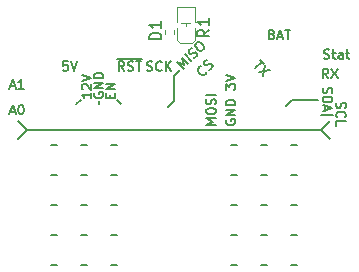
<source format=gbr>
%TF.GenerationSoftware,KiCad,Pcbnew,(6.0.0-0)*%
%TF.CreationDate,2023-03-06T17:41:45-05:00*%
%TF.ProjectId,module_dev1,6d6f6475-6c65-45f6-9465-76312e6b6963,rev?*%
%TF.SameCoordinates,Original*%
%TF.FileFunction,Legend,Top*%
%TF.FilePolarity,Positive*%
%FSLAX46Y46*%
G04 Gerber Fmt 4.6, Leading zero omitted, Abs format (unit mm)*
G04 Created by KiCad (PCBNEW (6.0.0-0)) date 2023-03-06 17:41:45*
%MOMM*%
%LPD*%
G01*
G04 APERTURE LIST*
%ADD10C,0.152400*%
%ADD11C,0.150000*%
%ADD12C,0.120000*%
G04 APERTURE END LIST*
D10*
X116586000Y-85598000D02*
X117094000Y-85598000D01*
X98806000Y-71628000D02*
X98425000Y-72009000D01*
X94234000Y-74168000D02*
X119126000Y-74168000D01*
X100330000Y-72009000D02*
X100330000Y-71755000D01*
X116586000Y-77978000D02*
X117094000Y-77978000D01*
X114046000Y-85598000D02*
X114554000Y-85598000D01*
X94234000Y-74168000D02*
X93472000Y-74930000D01*
X96266000Y-77978000D02*
X96774000Y-77978000D01*
X98806000Y-80518000D02*
X99314000Y-80518000D01*
X94234000Y-74168000D02*
X93472000Y-73406000D01*
X111506000Y-85598000D02*
X112014000Y-85598000D01*
X98806000Y-83058000D02*
X99314000Y-83058000D01*
X96266000Y-83058000D02*
X96774000Y-83058000D01*
X116586000Y-75438000D02*
X117094000Y-75438000D01*
X116586000Y-83058000D02*
X117094000Y-83058000D01*
X101346000Y-85598000D02*
X101854000Y-85598000D01*
X101346000Y-83058000D02*
X101854000Y-83058000D01*
X98806000Y-77978000D02*
X99314000Y-77978000D01*
X96266000Y-75438000D02*
X96774000Y-75438000D01*
X98806000Y-85598000D02*
X99314000Y-85598000D01*
X111506000Y-80518000D02*
X112014000Y-80518000D01*
X114046000Y-83058000D02*
X114554000Y-83058000D01*
X111506000Y-83058000D02*
X112014000Y-83058000D01*
X98806000Y-75438000D02*
X99314000Y-75438000D01*
X106680000Y-69596000D02*
X107188000Y-69088000D01*
X101346000Y-75438000D02*
X101854000Y-75438000D01*
X96266000Y-85598000D02*
X96774000Y-85598000D01*
X118872000Y-71628000D02*
X116713000Y-71628000D01*
X114046000Y-80518000D02*
X114554000Y-80518000D01*
X114046000Y-77978000D02*
X114554000Y-77978000D01*
X116713000Y-71628000D02*
X116205000Y-72136000D01*
X111506000Y-75438000D02*
X112014000Y-75438000D01*
X116586000Y-80518000D02*
X117094000Y-80518000D01*
X101346000Y-80518000D02*
X101854000Y-80518000D01*
X119126000Y-74168000D02*
X119888000Y-73406000D01*
X101346000Y-77978000D02*
X101854000Y-77978000D01*
X102235000Y-72009000D02*
X101854000Y-71628000D01*
X114046000Y-75438000D02*
X114554000Y-75438000D01*
X111506000Y-77978000D02*
X112014000Y-77978000D01*
X119126000Y-74168000D02*
X119888000Y-74930000D01*
X106680000Y-71755000D02*
X106680000Y-69596000D01*
X96266000Y-80518000D02*
X96774000Y-80518000D01*
X119126000Y-72898000D02*
X120142000Y-72898000D01*
X106172000Y-72263000D02*
X106680000Y-71755000D01*
D11*
X120453190Y-71877880D02*
X120415095Y-71992166D01*
X120415095Y-72182642D01*
X120453190Y-72258833D01*
X120491285Y-72296928D01*
X120567476Y-72335023D01*
X120643666Y-72335023D01*
X120719857Y-72296928D01*
X120757952Y-72258833D01*
X120796047Y-72182642D01*
X120834142Y-72030261D01*
X120872238Y-71954071D01*
X120910333Y-71915976D01*
X120986523Y-71877880D01*
X121062714Y-71877880D01*
X121138904Y-71915976D01*
X121177000Y-71954071D01*
X121215095Y-72030261D01*
X121215095Y-72220738D01*
X121177000Y-72335023D01*
X120491285Y-73135023D02*
X120453190Y-73096928D01*
X120415095Y-72982642D01*
X120415095Y-72906452D01*
X120453190Y-72792166D01*
X120529380Y-72715976D01*
X120605571Y-72677880D01*
X120757952Y-72639785D01*
X120872238Y-72639785D01*
X121024619Y-72677880D01*
X121100809Y-72715976D01*
X121177000Y-72792166D01*
X121215095Y-72906452D01*
X121215095Y-72982642D01*
X121177000Y-73096928D01*
X121138904Y-73135023D01*
X120415095Y-73858833D02*
X120415095Y-73477880D01*
X121215095Y-73477880D01*
X111106000Y-73333976D02*
X111067904Y-73410166D01*
X111067904Y-73524452D01*
X111106000Y-73638738D01*
X111182190Y-73714928D01*
X111258380Y-73753023D01*
X111410761Y-73791119D01*
X111525047Y-73791119D01*
X111677428Y-73753023D01*
X111753619Y-73714928D01*
X111829809Y-73638738D01*
X111867904Y-73524452D01*
X111867904Y-73448261D01*
X111829809Y-73333976D01*
X111791714Y-73295880D01*
X111525047Y-73295880D01*
X111525047Y-73448261D01*
X111867904Y-72953023D02*
X111067904Y-72953023D01*
X111867904Y-72495880D01*
X111067904Y-72495880D01*
X111867904Y-72114928D02*
X111067904Y-72114928D01*
X111067904Y-71924452D01*
X111106000Y-71810166D01*
X111182190Y-71733976D01*
X111258380Y-71695880D01*
X111410761Y-71657785D01*
X111525047Y-71657785D01*
X111677428Y-71695880D01*
X111753619Y-71733976D01*
X111829809Y-71810166D01*
X111867904Y-71924452D01*
X111867904Y-72114928D01*
X111067904Y-70781595D02*
X111067904Y-70286357D01*
X111372666Y-70553023D01*
X111372666Y-70438738D01*
X111410761Y-70362547D01*
X111448857Y-70324452D01*
X111525047Y-70286357D01*
X111715523Y-70286357D01*
X111791714Y-70324452D01*
X111829809Y-70362547D01*
X111867904Y-70438738D01*
X111867904Y-70667309D01*
X111829809Y-70743500D01*
X111791714Y-70781595D01*
X111067904Y-70057785D02*
X111867904Y-69791119D01*
X111067904Y-69524452D01*
X119310190Y-70607880D02*
X119272095Y-70722166D01*
X119272095Y-70912642D01*
X119310190Y-70988833D01*
X119348285Y-71026928D01*
X119424476Y-71065023D01*
X119500666Y-71065023D01*
X119576857Y-71026928D01*
X119614952Y-70988833D01*
X119653047Y-70912642D01*
X119691142Y-70760261D01*
X119729238Y-70684071D01*
X119767333Y-70645976D01*
X119843523Y-70607880D01*
X119919714Y-70607880D01*
X119995904Y-70645976D01*
X120034000Y-70684071D01*
X120072095Y-70760261D01*
X120072095Y-70950738D01*
X120034000Y-71065023D01*
X119272095Y-71407880D02*
X120072095Y-71407880D01*
X120072095Y-71598357D01*
X120034000Y-71712642D01*
X119957809Y-71788833D01*
X119881619Y-71826928D01*
X119729238Y-71865023D01*
X119614952Y-71865023D01*
X119462571Y-71826928D01*
X119386380Y-71788833D01*
X119310190Y-71712642D01*
X119272095Y-71598357D01*
X119272095Y-71407880D01*
X119500666Y-72169785D02*
X119500666Y-72550738D01*
X119272095Y-72093595D02*
X120072095Y-72360261D01*
X119272095Y-72626928D01*
X110216904Y-73753023D02*
X109416904Y-73753023D01*
X109988333Y-73486357D01*
X109416904Y-73219690D01*
X110216904Y-73219690D01*
X109416904Y-72686357D02*
X109416904Y-72533976D01*
X109455000Y-72457785D01*
X109531190Y-72381595D01*
X109683571Y-72343500D01*
X109950238Y-72343500D01*
X110102619Y-72381595D01*
X110178809Y-72457785D01*
X110216904Y-72533976D01*
X110216904Y-72686357D01*
X110178809Y-72762547D01*
X110102619Y-72838738D01*
X109950238Y-72876833D01*
X109683571Y-72876833D01*
X109531190Y-72838738D01*
X109455000Y-72762547D01*
X109416904Y-72686357D01*
X110178809Y-72038738D02*
X110216904Y-71924452D01*
X110216904Y-71733976D01*
X110178809Y-71657785D01*
X110140714Y-71619690D01*
X110064523Y-71581595D01*
X109988333Y-71581595D01*
X109912142Y-71619690D01*
X109874047Y-71657785D01*
X109835952Y-71733976D01*
X109797857Y-71886357D01*
X109759761Y-71962547D01*
X109721666Y-72000642D01*
X109645476Y-72038738D01*
X109569285Y-72038738D01*
X109493095Y-72000642D01*
X109455000Y-71962547D01*
X109416904Y-71886357D01*
X109416904Y-71695880D01*
X109455000Y-71581595D01*
X110216904Y-71238738D02*
X109416904Y-71238738D01*
X99675904Y-71047976D02*
X99675904Y-71505119D01*
X99675904Y-71276547D02*
X98875904Y-71276547D01*
X98990190Y-71352738D01*
X99066380Y-71428928D01*
X99104476Y-71505119D01*
X98952095Y-70743214D02*
X98914000Y-70705119D01*
X98875904Y-70628928D01*
X98875904Y-70438452D01*
X98914000Y-70362261D01*
X98952095Y-70324166D01*
X99028285Y-70286071D01*
X99104476Y-70286071D01*
X99218761Y-70324166D01*
X99675904Y-70781309D01*
X99675904Y-70286071D01*
X98875904Y-70057500D02*
X99675904Y-69790833D01*
X98875904Y-69524166D01*
X101288857Y-71467023D02*
X101288857Y-71200357D01*
X101707904Y-71086071D02*
X101707904Y-71467023D01*
X100907904Y-71467023D01*
X100907904Y-71086071D01*
X101707904Y-70743214D02*
X100907904Y-70743214D01*
X101707904Y-70286071D01*
X100907904Y-70286071D01*
X97696928Y-68395904D02*
X97315976Y-68395904D01*
X97277880Y-68776857D01*
X97315976Y-68738761D01*
X97392166Y-68700666D01*
X97582642Y-68700666D01*
X97658833Y-68738761D01*
X97696928Y-68776857D01*
X97735023Y-68853047D01*
X97735023Y-69043523D01*
X97696928Y-69119714D01*
X97658833Y-69157809D01*
X97582642Y-69195904D01*
X97392166Y-69195904D01*
X97315976Y-69157809D01*
X97277880Y-69119714D01*
X97963595Y-68395904D02*
X98230261Y-69195904D01*
X98496928Y-68395904D01*
X119375880Y-68141809D02*
X119490166Y-68179904D01*
X119680642Y-68179904D01*
X119756833Y-68141809D01*
X119794928Y-68103714D01*
X119833023Y-68027523D01*
X119833023Y-67951333D01*
X119794928Y-67875142D01*
X119756833Y-67837047D01*
X119680642Y-67798952D01*
X119528261Y-67760857D01*
X119452071Y-67722761D01*
X119413976Y-67684666D01*
X119375880Y-67608476D01*
X119375880Y-67532285D01*
X119413976Y-67456095D01*
X119452071Y-67418000D01*
X119528261Y-67379904D01*
X119718738Y-67379904D01*
X119833023Y-67418000D01*
X120061595Y-67646571D02*
X120366357Y-67646571D01*
X120175880Y-67379904D02*
X120175880Y-68065619D01*
X120213976Y-68141809D01*
X120290166Y-68179904D01*
X120366357Y-68179904D01*
X120975880Y-68179904D02*
X120975880Y-67760857D01*
X120937785Y-67684666D01*
X120861595Y-67646571D01*
X120709214Y-67646571D01*
X120633023Y-67684666D01*
X120975880Y-68141809D02*
X120899690Y-68179904D01*
X120709214Y-68179904D01*
X120633023Y-68141809D01*
X120594928Y-68065619D01*
X120594928Y-67989428D01*
X120633023Y-67913238D01*
X120709214Y-67875142D01*
X120899690Y-67875142D01*
X120975880Y-67837047D01*
X121242547Y-67646571D02*
X121547309Y-67646571D01*
X121356833Y-67379904D02*
X121356833Y-68065619D01*
X121394928Y-68141809D01*
X121471119Y-68179904D01*
X121547309Y-68179904D01*
X114981642Y-66109857D02*
X115095928Y-66147952D01*
X115134023Y-66186047D01*
X115172119Y-66262238D01*
X115172119Y-66376523D01*
X115134023Y-66452714D01*
X115095928Y-66490809D01*
X115019738Y-66528904D01*
X114714976Y-66528904D01*
X114714976Y-65728904D01*
X114981642Y-65728904D01*
X115057833Y-65767000D01*
X115095928Y-65805095D01*
X115134023Y-65881285D01*
X115134023Y-65957476D01*
X115095928Y-66033666D01*
X115057833Y-66071761D01*
X114981642Y-66109857D01*
X114714976Y-66109857D01*
X115476880Y-66300333D02*
X115857833Y-66300333D01*
X115400690Y-66528904D02*
X115667357Y-65728904D01*
X115934023Y-66528904D01*
X116086404Y-65728904D02*
X116543547Y-65728904D01*
X116314976Y-66528904D02*
X116314976Y-65728904D01*
X101824500Y-68170000D02*
X102624500Y-68170000D01*
X102472119Y-69195904D02*
X102205452Y-68814952D01*
X102014976Y-69195904D02*
X102014976Y-68395904D01*
X102319738Y-68395904D01*
X102395928Y-68434000D01*
X102434023Y-68472095D01*
X102472119Y-68548285D01*
X102472119Y-68662571D01*
X102434023Y-68738761D01*
X102395928Y-68776857D01*
X102319738Y-68814952D01*
X102014976Y-68814952D01*
X102624500Y-68170000D02*
X103386404Y-68170000D01*
X102776880Y-69157809D02*
X102891166Y-69195904D01*
X103081642Y-69195904D01*
X103157833Y-69157809D01*
X103195928Y-69119714D01*
X103234023Y-69043523D01*
X103234023Y-68967333D01*
X103195928Y-68891142D01*
X103157833Y-68853047D01*
X103081642Y-68814952D01*
X102929261Y-68776857D01*
X102853071Y-68738761D01*
X102814976Y-68700666D01*
X102776880Y-68624476D01*
X102776880Y-68548285D01*
X102814976Y-68472095D01*
X102853071Y-68434000D01*
X102929261Y-68395904D01*
X103119738Y-68395904D01*
X103234023Y-68434000D01*
X103386404Y-68170000D02*
X103995928Y-68170000D01*
X103462595Y-68395904D02*
X103919738Y-68395904D01*
X103691166Y-69195904D02*
X103691166Y-68395904D01*
X113970597Y-68266037D02*
X114293846Y-68589286D01*
X113566536Y-68993347D02*
X114132222Y-68427662D01*
X114428533Y-68723973D02*
X114239971Y-69666782D01*
X114805657Y-69101097D02*
X113862848Y-69289658D01*
X104389880Y-69157809D02*
X104504166Y-69195904D01*
X104694642Y-69195904D01*
X104770833Y-69157809D01*
X104808928Y-69119714D01*
X104847023Y-69043523D01*
X104847023Y-68967333D01*
X104808928Y-68891142D01*
X104770833Y-68853047D01*
X104694642Y-68814952D01*
X104542261Y-68776857D01*
X104466071Y-68738761D01*
X104427976Y-68700666D01*
X104389880Y-68624476D01*
X104389880Y-68548285D01*
X104427976Y-68472095D01*
X104466071Y-68434000D01*
X104542261Y-68395904D01*
X104732738Y-68395904D01*
X104847023Y-68434000D01*
X105647023Y-69119714D02*
X105608928Y-69157809D01*
X105494642Y-69195904D01*
X105418452Y-69195904D01*
X105304166Y-69157809D01*
X105227976Y-69081619D01*
X105189880Y-69005428D01*
X105151785Y-68853047D01*
X105151785Y-68738761D01*
X105189880Y-68586380D01*
X105227976Y-68510190D01*
X105304166Y-68434000D01*
X105418452Y-68395904D01*
X105494642Y-68395904D01*
X105608928Y-68434000D01*
X105647023Y-68472095D01*
X105989880Y-69195904D02*
X105989880Y-68395904D01*
X106447023Y-69195904D02*
X106104166Y-68738761D01*
X106447023Y-68395904D02*
X105989880Y-68853047D01*
X92832880Y-72650333D02*
X93213833Y-72650333D01*
X92756690Y-72878904D02*
X93023357Y-72078904D01*
X93290023Y-72878904D01*
X93709071Y-72078904D02*
X93785261Y-72078904D01*
X93861452Y-72117000D01*
X93899547Y-72155095D01*
X93937642Y-72231285D01*
X93975738Y-72383666D01*
X93975738Y-72574142D01*
X93937642Y-72726523D01*
X93899547Y-72802714D01*
X93861452Y-72840809D01*
X93785261Y-72878904D01*
X93709071Y-72878904D01*
X93632880Y-72840809D01*
X93594785Y-72802714D01*
X93556690Y-72726523D01*
X93518595Y-72574142D01*
X93518595Y-72383666D01*
X93556690Y-72231285D01*
X93594785Y-72155095D01*
X93632880Y-72117000D01*
X93709071Y-72078904D01*
X99930000Y-71047976D02*
X99891904Y-71124166D01*
X99891904Y-71238452D01*
X99930000Y-71352738D01*
X100006190Y-71428928D01*
X100082380Y-71467023D01*
X100234761Y-71505119D01*
X100349047Y-71505119D01*
X100501428Y-71467023D01*
X100577619Y-71428928D01*
X100653809Y-71352738D01*
X100691904Y-71238452D01*
X100691904Y-71162261D01*
X100653809Y-71047976D01*
X100615714Y-71009880D01*
X100349047Y-71009880D01*
X100349047Y-71162261D01*
X100691904Y-70667023D02*
X99891904Y-70667023D01*
X100691904Y-70209880D01*
X99891904Y-70209880D01*
X100691904Y-69828928D02*
X99891904Y-69828928D01*
X99891904Y-69638452D01*
X99930000Y-69524166D01*
X100006190Y-69447976D01*
X100082380Y-69409880D01*
X100234761Y-69371785D01*
X100349047Y-69371785D01*
X100501428Y-69409880D01*
X100577619Y-69447976D01*
X100653809Y-69524166D01*
X100691904Y-69638452D01*
X100691904Y-69828928D01*
X109440909Y-69271151D02*
X109440909Y-69325026D01*
X109387034Y-69432776D01*
X109333159Y-69486650D01*
X109225410Y-69540525D01*
X109117660Y-69540525D01*
X109036848Y-69513588D01*
X108902161Y-69432776D01*
X108821349Y-69351963D01*
X108740536Y-69217276D01*
X108713599Y-69136464D01*
X108713599Y-69028715D01*
X108767474Y-68920965D01*
X108821349Y-68867090D01*
X108929098Y-68813215D01*
X108982973Y-68813215D01*
X109683345Y-69082589D02*
X109791095Y-69028715D01*
X109925782Y-68894028D01*
X109952719Y-68813215D01*
X109952719Y-68759341D01*
X109925782Y-68678528D01*
X109871907Y-68624654D01*
X109791095Y-68597716D01*
X109737220Y-68597716D01*
X109656408Y-68624654D01*
X109521721Y-68705466D01*
X109440909Y-68732403D01*
X109387034Y-68732403D01*
X109306222Y-68705466D01*
X109252347Y-68651591D01*
X109225410Y-68570779D01*
X109225410Y-68516904D01*
X109252347Y-68436092D01*
X109387034Y-68301405D01*
X109494784Y-68247530D01*
X107520535Y-69013275D02*
X106954849Y-68447589D01*
X107547472Y-68663089D01*
X107331973Y-68070466D01*
X107897658Y-68636151D01*
X108167032Y-68366777D02*
X107601347Y-67801092D01*
X108382532Y-68097403D02*
X108490281Y-68043528D01*
X108624968Y-67908841D01*
X108651906Y-67828029D01*
X108651906Y-67774154D01*
X108624968Y-67693342D01*
X108571093Y-67639467D01*
X108490281Y-67612530D01*
X108436406Y-67612530D01*
X108355594Y-67639467D01*
X108220907Y-67720280D01*
X108140095Y-67747217D01*
X108086220Y-67747217D01*
X108005408Y-67720280D01*
X107951533Y-67666405D01*
X107924596Y-67585593D01*
X107924596Y-67531718D01*
X107951533Y-67450906D01*
X108086220Y-67316219D01*
X108193970Y-67262344D01*
X108517219Y-66885220D02*
X108624968Y-66777471D01*
X108705780Y-66750533D01*
X108813530Y-66750533D01*
X108948217Y-66831345D01*
X109136779Y-67019907D01*
X109217591Y-67154594D01*
X109217591Y-67262344D01*
X109190654Y-67343156D01*
X109082904Y-67450906D01*
X109002092Y-67477843D01*
X108894342Y-67477843D01*
X108759655Y-67397031D01*
X108571093Y-67208469D01*
X108490281Y-67073782D01*
X108490281Y-66966032D01*
X108517219Y-66885220D01*
X119744119Y-69830904D02*
X119477452Y-69449952D01*
X119286976Y-69830904D02*
X119286976Y-69030904D01*
X119591738Y-69030904D01*
X119667928Y-69069000D01*
X119706023Y-69107095D01*
X119744119Y-69183285D01*
X119744119Y-69297571D01*
X119706023Y-69373761D01*
X119667928Y-69411857D01*
X119591738Y-69449952D01*
X119286976Y-69449952D01*
X120010785Y-69030904D02*
X120544119Y-69830904D01*
X120544119Y-69030904D02*
X120010785Y-69830904D01*
X92832880Y-70491333D02*
X93213833Y-70491333D01*
X92756690Y-70719904D02*
X93023357Y-69919904D01*
X93290023Y-70719904D01*
X93975738Y-70719904D02*
X93518595Y-70719904D01*
X93747166Y-70719904D02*
X93747166Y-69919904D01*
X93670976Y-70034190D01*
X93594785Y-70110380D01*
X93518595Y-70148476D01*
%TO.C,R1*%
X109672380Y-65698666D02*
X109196190Y-66032000D01*
X109672380Y-66270095D02*
X108672380Y-66270095D01*
X108672380Y-65889142D01*
X108720000Y-65793904D01*
X108767619Y-65746285D01*
X108862857Y-65698666D01*
X109005714Y-65698666D01*
X109100952Y-65746285D01*
X109148571Y-65793904D01*
X109196190Y-65889142D01*
X109196190Y-66270095D01*
X109672380Y-64746285D02*
X109672380Y-65317714D01*
X109672380Y-65032000D02*
X108672380Y-65032000D01*
X108815238Y-65127238D01*
X108910476Y-65222476D01*
X108958095Y-65317714D01*
%TO.C,D1*%
X105608380Y-66524095D02*
X104608380Y-66524095D01*
X104608380Y-66286000D01*
X104656000Y-66143142D01*
X104751238Y-66047904D01*
X104846476Y-66000285D01*
X105036952Y-65952666D01*
X105179809Y-65952666D01*
X105370285Y-66000285D01*
X105465523Y-66047904D01*
X105560761Y-66143142D01*
X105608380Y-66286000D01*
X105608380Y-66524095D01*
X105608380Y-65000285D02*
X105608380Y-65571714D01*
X105608380Y-65286000D02*
X104608380Y-65286000D01*
X104751238Y-65381238D01*
X104846476Y-65476476D01*
X104894095Y-65571714D01*
D12*
%TO.C,R1*%
X106679000Y-65759359D02*
X106679000Y-66066641D01*
X105919000Y-65759359D02*
X105919000Y-66066641D01*
%TO.C,D1*%
X106961000Y-63793000D02*
X106961000Y-65024000D01*
X108431000Y-65024000D02*
X108431000Y-63793000D01*
X108431000Y-66548000D02*
X108431000Y-65532000D01*
X107188000Y-66802000D02*
X106961000Y-66548000D01*
X108431000Y-66548000D02*
X108204000Y-66802000D01*
X108431000Y-63793000D02*
X106961000Y-63793000D01*
X107315000Y-65151000D02*
X108077000Y-65151000D01*
X108204000Y-66802000D02*
X107188000Y-66802000D01*
X106961000Y-65532000D02*
X106961000Y-66548000D01*
X107696000Y-65151000D02*
X107696000Y-65405000D01*
%TD*%
M02*

</source>
